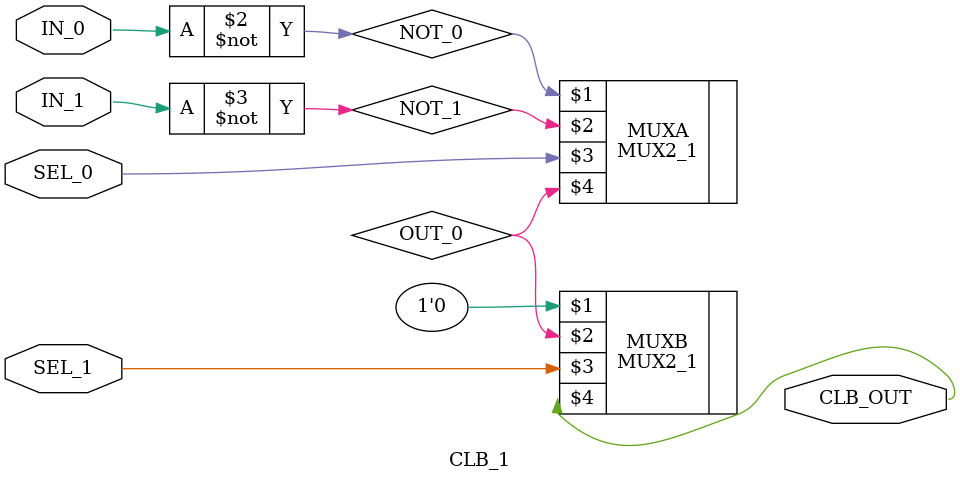
<source format=sv>
`timescale 1ns / 1ps

(* DONT_TOUCH = "yes" *)
module CLB_1(
    input IN_0,
    input IN_1,
    input SEL_0,
    input SEL_1,
    output CLB_OUT
    );
    
    (* DONT_TOUCH = "yes" *)logic NOT_0,NOT_1,OUT_0;
    always_comb
    begin
        NOT_0 = ~IN_0;
        NOT_1 = ~IN_1;
    end
    
    (* DONT_TOUCH = "yes" *)MUX2_1 MUXA(NOT_0,NOT_1,SEL_0,OUT_0);
    (* DONT_TOUCH = "yes" *)MUX2_1 MUXB(1'b0,OUT_0,SEL_1,CLB_OUT);
    
endmodule

</source>
